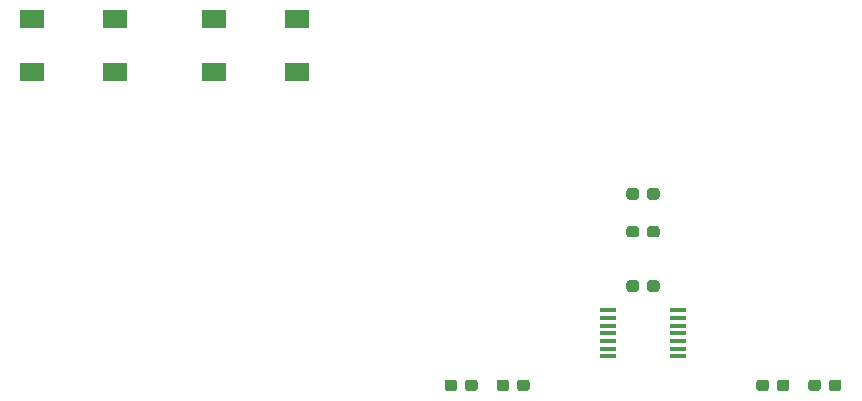
<source format=gbr>
G04 #@! TF.GenerationSoftware,KiCad,Pcbnew,5.1.4+dfsg1-1*
G04 #@! TF.CreationDate,2020-04-24T21:08:45-06:00*
G04 #@! TF.ProjectId,balanced-xlr,62616c61-6e63-4656-942d-786c722e6b69,rev?*
G04 #@! TF.SameCoordinates,Original*
G04 #@! TF.FileFunction,Paste,Top*
G04 #@! TF.FilePolarity,Positive*
%FSLAX46Y46*%
G04 Gerber Fmt 4.6, Leading zero omitted, Abs format (unit mm)*
G04 Created by KiCad (PCBNEW 5.1.4+dfsg1-1) date 2020-04-24 21:08:45*
%MOMM*%
%LPD*%
G04 APERTURE LIST*
%ADD10R,1.450000X0.450000*%
%ADD11R,2.000000X1.500000*%
%ADD12C,0.100000*%
%ADD13C,0.950000*%
G04 APERTURE END LIST*
D10*
X110750000Y-106250000D03*
X110750000Y-106900000D03*
X110750000Y-107550000D03*
X110750000Y-108200000D03*
X110750000Y-108850000D03*
X110750000Y-109500000D03*
X110750000Y-110150000D03*
X104850000Y-110150000D03*
X104850000Y-109500000D03*
X104850000Y-108850000D03*
X104850000Y-108200000D03*
X104850000Y-107550000D03*
X104850000Y-106900000D03*
X104850000Y-106250000D03*
D11*
X78500000Y-86050000D03*
X71500000Y-86050000D03*
X78500000Y-81550000D03*
X71500000Y-81550000D03*
X56100000Y-81550000D03*
X63100000Y-81550000D03*
X56100000Y-86050000D03*
X63100000Y-86050000D03*
D12*
G36*
X91835779Y-112126144D02*
G01*
X91858834Y-112129563D01*
X91881443Y-112135227D01*
X91903387Y-112143079D01*
X91924457Y-112153044D01*
X91944448Y-112165026D01*
X91963168Y-112178910D01*
X91980438Y-112194562D01*
X91996090Y-112211832D01*
X92009974Y-112230552D01*
X92021956Y-112250543D01*
X92031921Y-112271613D01*
X92039773Y-112293557D01*
X92045437Y-112316166D01*
X92048856Y-112339221D01*
X92050000Y-112362500D01*
X92050000Y-112837500D01*
X92048856Y-112860779D01*
X92045437Y-112883834D01*
X92039773Y-112906443D01*
X92031921Y-112928387D01*
X92021956Y-112949457D01*
X92009974Y-112969448D01*
X91996090Y-112988168D01*
X91980438Y-113005438D01*
X91963168Y-113021090D01*
X91944448Y-113034974D01*
X91924457Y-113046956D01*
X91903387Y-113056921D01*
X91881443Y-113064773D01*
X91858834Y-113070437D01*
X91835779Y-113073856D01*
X91812500Y-113075000D01*
X91237500Y-113075000D01*
X91214221Y-113073856D01*
X91191166Y-113070437D01*
X91168557Y-113064773D01*
X91146613Y-113056921D01*
X91125543Y-113046956D01*
X91105552Y-113034974D01*
X91086832Y-113021090D01*
X91069562Y-113005438D01*
X91053910Y-112988168D01*
X91040026Y-112969448D01*
X91028044Y-112949457D01*
X91018079Y-112928387D01*
X91010227Y-112906443D01*
X91004563Y-112883834D01*
X91001144Y-112860779D01*
X91000000Y-112837500D01*
X91000000Y-112362500D01*
X91001144Y-112339221D01*
X91004563Y-112316166D01*
X91010227Y-112293557D01*
X91018079Y-112271613D01*
X91028044Y-112250543D01*
X91040026Y-112230552D01*
X91053910Y-112211832D01*
X91069562Y-112194562D01*
X91086832Y-112178910D01*
X91105552Y-112165026D01*
X91125543Y-112153044D01*
X91146613Y-112143079D01*
X91168557Y-112135227D01*
X91191166Y-112129563D01*
X91214221Y-112126144D01*
X91237500Y-112125000D01*
X91812500Y-112125000D01*
X91835779Y-112126144D01*
X91835779Y-112126144D01*
G37*
D13*
X91525000Y-112600000D03*
D12*
G36*
X93585779Y-112126144D02*
G01*
X93608834Y-112129563D01*
X93631443Y-112135227D01*
X93653387Y-112143079D01*
X93674457Y-112153044D01*
X93694448Y-112165026D01*
X93713168Y-112178910D01*
X93730438Y-112194562D01*
X93746090Y-112211832D01*
X93759974Y-112230552D01*
X93771956Y-112250543D01*
X93781921Y-112271613D01*
X93789773Y-112293557D01*
X93795437Y-112316166D01*
X93798856Y-112339221D01*
X93800000Y-112362500D01*
X93800000Y-112837500D01*
X93798856Y-112860779D01*
X93795437Y-112883834D01*
X93789773Y-112906443D01*
X93781921Y-112928387D01*
X93771956Y-112949457D01*
X93759974Y-112969448D01*
X93746090Y-112988168D01*
X93730438Y-113005438D01*
X93713168Y-113021090D01*
X93694448Y-113034974D01*
X93674457Y-113046956D01*
X93653387Y-113056921D01*
X93631443Y-113064773D01*
X93608834Y-113070437D01*
X93585779Y-113073856D01*
X93562500Y-113075000D01*
X92987500Y-113075000D01*
X92964221Y-113073856D01*
X92941166Y-113070437D01*
X92918557Y-113064773D01*
X92896613Y-113056921D01*
X92875543Y-113046956D01*
X92855552Y-113034974D01*
X92836832Y-113021090D01*
X92819562Y-113005438D01*
X92803910Y-112988168D01*
X92790026Y-112969448D01*
X92778044Y-112949457D01*
X92768079Y-112928387D01*
X92760227Y-112906443D01*
X92754563Y-112883834D01*
X92751144Y-112860779D01*
X92750000Y-112837500D01*
X92750000Y-112362500D01*
X92751144Y-112339221D01*
X92754563Y-112316166D01*
X92760227Y-112293557D01*
X92768079Y-112271613D01*
X92778044Y-112250543D01*
X92790026Y-112230552D01*
X92803910Y-112211832D01*
X92819562Y-112194562D01*
X92836832Y-112178910D01*
X92855552Y-112165026D01*
X92875543Y-112153044D01*
X92896613Y-112143079D01*
X92918557Y-112135227D01*
X92941166Y-112129563D01*
X92964221Y-112126144D01*
X92987500Y-112125000D01*
X93562500Y-112125000D01*
X93585779Y-112126144D01*
X93585779Y-112126144D01*
G37*
D13*
X93275000Y-112600000D03*
D12*
G36*
X96235779Y-112126144D02*
G01*
X96258834Y-112129563D01*
X96281443Y-112135227D01*
X96303387Y-112143079D01*
X96324457Y-112153044D01*
X96344448Y-112165026D01*
X96363168Y-112178910D01*
X96380438Y-112194562D01*
X96396090Y-112211832D01*
X96409974Y-112230552D01*
X96421956Y-112250543D01*
X96431921Y-112271613D01*
X96439773Y-112293557D01*
X96445437Y-112316166D01*
X96448856Y-112339221D01*
X96450000Y-112362500D01*
X96450000Y-112837500D01*
X96448856Y-112860779D01*
X96445437Y-112883834D01*
X96439773Y-112906443D01*
X96431921Y-112928387D01*
X96421956Y-112949457D01*
X96409974Y-112969448D01*
X96396090Y-112988168D01*
X96380438Y-113005438D01*
X96363168Y-113021090D01*
X96344448Y-113034974D01*
X96324457Y-113046956D01*
X96303387Y-113056921D01*
X96281443Y-113064773D01*
X96258834Y-113070437D01*
X96235779Y-113073856D01*
X96212500Y-113075000D01*
X95637500Y-113075000D01*
X95614221Y-113073856D01*
X95591166Y-113070437D01*
X95568557Y-113064773D01*
X95546613Y-113056921D01*
X95525543Y-113046956D01*
X95505552Y-113034974D01*
X95486832Y-113021090D01*
X95469562Y-113005438D01*
X95453910Y-112988168D01*
X95440026Y-112969448D01*
X95428044Y-112949457D01*
X95418079Y-112928387D01*
X95410227Y-112906443D01*
X95404563Y-112883834D01*
X95401144Y-112860779D01*
X95400000Y-112837500D01*
X95400000Y-112362500D01*
X95401144Y-112339221D01*
X95404563Y-112316166D01*
X95410227Y-112293557D01*
X95418079Y-112271613D01*
X95428044Y-112250543D01*
X95440026Y-112230552D01*
X95453910Y-112211832D01*
X95469562Y-112194562D01*
X95486832Y-112178910D01*
X95505552Y-112165026D01*
X95525543Y-112153044D01*
X95546613Y-112143079D01*
X95568557Y-112135227D01*
X95591166Y-112129563D01*
X95614221Y-112126144D01*
X95637500Y-112125000D01*
X96212500Y-112125000D01*
X96235779Y-112126144D01*
X96235779Y-112126144D01*
G37*
D13*
X95925000Y-112600000D03*
D12*
G36*
X97985779Y-112126144D02*
G01*
X98008834Y-112129563D01*
X98031443Y-112135227D01*
X98053387Y-112143079D01*
X98074457Y-112153044D01*
X98094448Y-112165026D01*
X98113168Y-112178910D01*
X98130438Y-112194562D01*
X98146090Y-112211832D01*
X98159974Y-112230552D01*
X98171956Y-112250543D01*
X98181921Y-112271613D01*
X98189773Y-112293557D01*
X98195437Y-112316166D01*
X98198856Y-112339221D01*
X98200000Y-112362500D01*
X98200000Y-112837500D01*
X98198856Y-112860779D01*
X98195437Y-112883834D01*
X98189773Y-112906443D01*
X98181921Y-112928387D01*
X98171956Y-112949457D01*
X98159974Y-112969448D01*
X98146090Y-112988168D01*
X98130438Y-113005438D01*
X98113168Y-113021090D01*
X98094448Y-113034974D01*
X98074457Y-113046956D01*
X98053387Y-113056921D01*
X98031443Y-113064773D01*
X98008834Y-113070437D01*
X97985779Y-113073856D01*
X97962500Y-113075000D01*
X97387500Y-113075000D01*
X97364221Y-113073856D01*
X97341166Y-113070437D01*
X97318557Y-113064773D01*
X97296613Y-113056921D01*
X97275543Y-113046956D01*
X97255552Y-113034974D01*
X97236832Y-113021090D01*
X97219562Y-113005438D01*
X97203910Y-112988168D01*
X97190026Y-112969448D01*
X97178044Y-112949457D01*
X97168079Y-112928387D01*
X97160227Y-112906443D01*
X97154563Y-112883834D01*
X97151144Y-112860779D01*
X97150000Y-112837500D01*
X97150000Y-112362500D01*
X97151144Y-112339221D01*
X97154563Y-112316166D01*
X97160227Y-112293557D01*
X97168079Y-112271613D01*
X97178044Y-112250543D01*
X97190026Y-112230552D01*
X97203910Y-112211832D01*
X97219562Y-112194562D01*
X97236832Y-112178910D01*
X97255552Y-112165026D01*
X97275543Y-112153044D01*
X97296613Y-112143079D01*
X97318557Y-112135227D01*
X97341166Y-112129563D01*
X97364221Y-112126144D01*
X97387500Y-112125000D01*
X97962500Y-112125000D01*
X97985779Y-112126144D01*
X97985779Y-112126144D01*
G37*
D13*
X97675000Y-112600000D03*
D12*
G36*
X122635779Y-112126144D02*
G01*
X122658834Y-112129563D01*
X122681443Y-112135227D01*
X122703387Y-112143079D01*
X122724457Y-112153044D01*
X122744448Y-112165026D01*
X122763168Y-112178910D01*
X122780438Y-112194562D01*
X122796090Y-112211832D01*
X122809974Y-112230552D01*
X122821956Y-112250543D01*
X122831921Y-112271613D01*
X122839773Y-112293557D01*
X122845437Y-112316166D01*
X122848856Y-112339221D01*
X122850000Y-112362500D01*
X122850000Y-112837500D01*
X122848856Y-112860779D01*
X122845437Y-112883834D01*
X122839773Y-112906443D01*
X122831921Y-112928387D01*
X122821956Y-112949457D01*
X122809974Y-112969448D01*
X122796090Y-112988168D01*
X122780438Y-113005438D01*
X122763168Y-113021090D01*
X122744448Y-113034974D01*
X122724457Y-113046956D01*
X122703387Y-113056921D01*
X122681443Y-113064773D01*
X122658834Y-113070437D01*
X122635779Y-113073856D01*
X122612500Y-113075000D01*
X122037500Y-113075000D01*
X122014221Y-113073856D01*
X121991166Y-113070437D01*
X121968557Y-113064773D01*
X121946613Y-113056921D01*
X121925543Y-113046956D01*
X121905552Y-113034974D01*
X121886832Y-113021090D01*
X121869562Y-113005438D01*
X121853910Y-112988168D01*
X121840026Y-112969448D01*
X121828044Y-112949457D01*
X121818079Y-112928387D01*
X121810227Y-112906443D01*
X121804563Y-112883834D01*
X121801144Y-112860779D01*
X121800000Y-112837500D01*
X121800000Y-112362500D01*
X121801144Y-112339221D01*
X121804563Y-112316166D01*
X121810227Y-112293557D01*
X121818079Y-112271613D01*
X121828044Y-112250543D01*
X121840026Y-112230552D01*
X121853910Y-112211832D01*
X121869562Y-112194562D01*
X121886832Y-112178910D01*
X121905552Y-112165026D01*
X121925543Y-112153044D01*
X121946613Y-112143079D01*
X121968557Y-112135227D01*
X121991166Y-112129563D01*
X122014221Y-112126144D01*
X122037500Y-112125000D01*
X122612500Y-112125000D01*
X122635779Y-112126144D01*
X122635779Y-112126144D01*
G37*
D13*
X122325000Y-112600000D03*
D12*
G36*
X124385779Y-112126144D02*
G01*
X124408834Y-112129563D01*
X124431443Y-112135227D01*
X124453387Y-112143079D01*
X124474457Y-112153044D01*
X124494448Y-112165026D01*
X124513168Y-112178910D01*
X124530438Y-112194562D01*
X124546090Y-112211832D01*
X124559974Y-112230552D01*
X124571956Y-112250543D01*
X124581921Y-112271613D01*
X124589773Y-112293557D01*
X124595437Y-112316166D01*
X124598856Y-112339221D01*
X124600000Y-112362500D01*
X124600000Y-112837500D01*
X124598856Y-112860779D01*
X124595437Y-112883834D01*
X124589773Y-112906443D01*
X124581921Y-112928387D01*
X124571956Y-112949457D01*
X124559974Y-112969448D01*
X124546090Y-112988168D01*
X124530438Y-113005438D01*
X124513168Y-113021090D01*
X124494448Y-113034974D01*
X124474457Y-113046956D01*
X124453387Y-113056921D01*
X124431443Y-113064773D01*
X124408834Y-113070437D01*
X124385779Y-113073856D01*
X124362500Y-113075000D01*
X123787500Y-113075000D01*
X123764221Y-113073856D01*
X123741166Y-113070437D01*
X123718557Y-113064773D01*
X123696613Y-113056921D01*
X123675543Y-113046956D01*
X123655552Y-113034974D01*
X123636832Y-113021090D01*
X123619562Y-113005438D01*
X123603910Y-112988168D01*
X123590026Y-112969448D01*
X123578044Y-112949457D01*
X123568079Y-112928387D01*
X123560227Y-112906443D01*
X123554563Y-112883834D01*
X123551144Y-112860779D01*
X123550000Y-112837500D01*
X123550000Y-112362500D01*
X123551144Y-112339221D01*
X123554563Y-112316166D01*
X123560227Y-112293557D01*
X123568079Y-112271613D01*
X123578044Y-112250543D01*
X123590026Y-112230552D01*
X123603910Y-112211832D01*
X123619562Y-112194562D01*
X123636832Y-112178910D01*
X123655552Y-112165026D01*
X123675543Y-112153044D01*
X123696613Y-112143079D01*
X123718557Y-112135227D01*
X123741166Y-112129563D01*
X123764221Y-112126144D01*
X123787500Y-112125000D01*
X124362500Y-112125000D01*
X124385779Y-112126144D01*
X124385779Y-112126144D01*
G37*
D13*
X124075000Y-112600000D03*
D12*
G36*
X119985779Y-112126144D02*
G01*
X120008834Y-112129563D01*
X120031443Y-112135227D01*
X120053387Y-112143079D01*
X120074457Y-112153044D01*
X120094448Y-112165026D01*
X120113168Y-112178910D01*
X120130438Y-112194562D01*
X120146090Y-112211832D01*
X120159974Y-112230552D01*
X120171956Y-112250543D01*
X120181921Y-112271613D01*
X120189773Y-112293557D01*
X120195437Y-112316166D01*
X120198856Y-112339221D01*
X120200000Y-112362500D01*
X120200000Y-112837500D01*
X120198856Y-112860779D01*
X120195437Y-112883834D01*
X120189773Y-112906443D01*
X120181921Y-112928387D01*
X120171956Y-112949457D01*
X120159974Y-112969448D01*
X120146090Y-112988168D01*
X120130438Y-113005438D01*
X120113168Y-113021090D01*
X120094448Y-113034974D01*
X120074457Y-113046956D01*
X120053387Y-113056921D01*
X120031443Y-113064773D01*
X120008834Y-113070437D01*
X119985779Y-113073856D01*
X119962500Y-113075000D01*
X119387500Y-113075000D01*
X119364221Y-113073856D01*
X119341166Y-113070437D01*
X119318557Y-113064773D01*
X119296613Y-113056921D01*
X119275543Y-113046956D01*
X119255552Y-113034974D01*
X119236832Y-113021090D01*
X119219562Y-113005438D01*
X119203910Y-112988168D01*
X119190026Y-112969448D01*
X119178044Y-112949457D01*
X119168079Y-112928387D01*
X119160227Y-112906443D01*
X119154563Y-112883834D01*
X119151144Y-112860779D01*
X119150000Y-112837500D01*
X119150000Y-112362500D01*
X119151144Y-112339221D01*
X119154563Y-112316166D01*
X119160227Y-112293557D01*
X119168079Y-112271613D01*
X119178044Y-112250543D01*
X119190026Y-112230552D01*
X119203910Y-112211832D01*
X119219562Y-112194562D01*
X119236832Y-112178910D01*
X119255552Y-112165026D01*
X119275543Y-112153044D01*
X119296613Y-112143079D01*
X119318557Y-112135227D01*
X119341166Y-112129563D01*
X119364221Y-112126144D01*
X119387500Y-112125000D01*
X119962500Y-112125000D01*
X119985779Y-112126144D01*
X119985779Y-112126144D01*
G37*
D13*
X119675000Y-112600000D03*
D12*
G36*
X118235779Y-112126144D02*
G01*
X118258834Y-112129563D01*
X118281443Y-112135227D01*
X118303387Y-112143079D01*
X118324457Y-112153044D01*
X118344448Y-112165026D01*
X118363168Y-112178910D01*
X118380438Y-112194562D01*
X118396090Y-112211832D01*
X118409974Y-112230552D01*
X118421956Y-112250543D01*
X118431921Y-112271613D01*
X118439773Y-112293557D01*
X118445437Y-112316166D01*
X118448856Y-112339221D01*
X118450000Y-112362500D01*
X118450000Y-112837500D01*
X118448856Y-112860779D01*
X118445437Y-112883834D01*
X118439773Y-112906443D01*
X118431921Y-112928387D01*
X118421956Y-112949457D01*
X118409974Y-112969448D01*
X118396090Y-112988168D01*
X118380438Y-113005438D01*
X118363168Y-113021090D01*
X118344448Y-113034974D01*
X118324457Y-113046956D01*
X118303387Y-113056921D01*
X118281443Y-113064773D01*
X118258834Y-113070437D01*
X118235779Y-113073856D01*
X118212500Y-113075000D01*
X117637500Y-113075000D01*
X117614221Y-113073856D01*
X117591166Y-113070437D01*
X117568557Y-113064773D01*
X117546613Y-113056921D01*
X117525543Y-113046956D01*
X117505552Y-113034974D01*
X117486832Y-113021090D01*
X117469562Y-113005438D01*
X117453910Y-112988168D01*
X117440026Y-112969448D01*
X117428044Y-112949457D01*
X117418079Y-112928387D01*
X117410227Y-112906443D01*
X117404563Y-112883834D01*
X117401144Y-112860779D01*
X117400000Y-112837500D01*
X117400000Y-112362500D01*
X117401144Y-112339221D01*
X117404563Y-112316166D01*
X117410227Y-112293557D01*
X117418079Y-112271613D01*
X117428044Y-112250543D01*
X117440026Y-112230552D01*
X117453910Y-112211832D01*
X117469562Y-112194562D01*
X117486832Y-112178910D01*
X117505552Y-112165026D01*
X117525543Y-112153044D01*
X117546613Y-112143079D01*
X117568557Y-112135227D01*
X117591166Y-112129563D01*
X117614221Y-112126144D01*
X117637500Y-112125000D01*
X118212500Y-112125000D01*
X118235779Y-112126144D01*
X118235779Y-112126144D01*
G37*
D13*
X117925000Y-112600000D03*
D12*
G36*
X107235779Y-95926144D02*
G01*
X107258834Y-95929563D01*
X107281443Y-95935227D01*
X107303387Y-95943079D01*
X107324457Y-95953044D01*
X107344448Y-95965026D01*
X107363168Y-95978910D01*
X107380438Y-95994562D01*
X107396090Y-96011832D01*
X107409974Y-96030552D01*
X107421956Y-96050543D01*
X107431921Y-96071613D01*
X107439773Y-96093557D01*
X107445437Y-96116166D01*
X107448856Y-96139221D01*
X107450000Y-96162500D01*
X107450000Y-96637500D01*
X107448856Y-96660779D01*
X107445437Y-96683834D01*
X107439773Y-96706443D01*
X107431921Y-96728387D01*
X107421956Y-96749457D01*
X107409974Y-96769448D01*
X107396090Y-96788168D01*
X107380438Y-96805438D01*
X107363168Y-96821090D01*
X107344448Y-96834974D01*
X107324457Y-96846956D01*
X107303387Y-96856921D01*
X107281443Y-96864773D01*
X107258834Y-96870437D01*
X107235779Y-96873856D01*
X107212500Y-96875000D01*
X106637500Y-96875000D01*
X106614221Y-96873856D01*
X106591166Y-96870437D01*
X106568557Y-96864773D01*
X106546613Y-96856921D01*
X106525543Y-96846956D01*
X106505552Y-96834974D01*
X106486832Y-96821090D01*
X106469562Y-96805438D01*
X106453910Y-96788168D01*
X106440026Y-96769448D01*
X106428044Y-96749457D01*
X106418079Y-96728387D01*
X106410227Y-96706443D01*
X106404563Y-96683834D01*
X106401144Y-96660779D01*
X106400000Y-96637500D01*
X106400000Y-96162500D01*
X106401144Y-96139221D01*
X106404563Y-96116166D01*
X106410227Y-96093557D01*
X106418079Y-96071613D01*
X106428044Y-96050543D01*
X106440026Y-96030552D01*
X106453910Y-96011832D01*
X106469562Y-95994562D01*
X106486832Y-95978910D01*
X106505552Y-95965026D01*
X106525543Y-95953044D01*
X106546613Y-95943079D01*
X106568557Y-95935227D01*
X106591166Y-95929563D01*
X106614221Y-95926144D01*
X106637500Y-95925000D01*
X107212500Y-95925000D01*
X107235779Y-95926144D01*
X107235779Y-95926144D01*
G37*
D13*
X106925000Y-96400000D03*
D12*
G36*
X108985779Y-95926144D02*
G01*
X109008834Y-95929563D01*
X109031443Y-95935227D01*
X109053387Y-95943079D01*
X109074457Y-95953044D01*
X109094448Y-95965026D01*
X109113168Y-95978910D01*
X109130438Y-95994562D01*
X109146090Y-96011832D01*
X109159974Y-96030552D01*
X109171956Y-96050543D01*
X109181921Y-96071613D01*
X109189773Y-96093557D01*
X109195437Y-96116166D01*
X109198856Y-96139221D01*
X109200000Y-96162500D01*
X109200000Y-96637500D01*
X109198856Y-96660779D01*
X109195437Y-96683834D01*
X109189773Y-96706443D01*
X109181921Y-96728387D01*
X109171956Y-96749457D01*
X109159974Y-96769448D01*
X109146090Y-96788168D01*
X109130438Y-96805438D01*
X109113168Y-96821090D01*
X109094448Y-96834974D01*
X109074457Y-96846956D01*
X109053387Y-96856921D01*
X109031443Y-96864773D01*
X109008834Y-96870437D01*
X108985779Y-96873856D01*
X108962500Y-96875000D01*
X108387500Y-96875000D01*
X108364221Y-96873856D01*
X108341166Y-96870437D01*
X108318557Y-96864773D01*
X108296613Y-96856921D01*
X108275543Y-96846956D01*
X108255552Y-96834974D01*
X108236832Y-96821090D01*
X108219562Y-96805438D01*
X108203910Y-96788168D01*
X108190026Y-96769448D01*
X108178044Y-96749457D01*
X108168079Y-96728387D01*
X108160227Y-96706443D01*
X108154563Y-96683834D01*
X108151144Y-96660779D01*
X108150000Y-96637500D01*
X108150000Y-96162500D01*
X108151144Y-96139221D01*
X108154563Y-96116166D01*
X108160227Y-96093557D01*
X108168079Y-96071613D01*
X108178044Y-96050543D01*
X108190026Y-96030552D01*
X108203910Y-96011832D01*
X108219562Y-95994562D01*
X108236832Y-95978910D01*
X108255552Y-95965026D01*
X108275543Y-95953044D01*
X108296613Y-95943079D01*
X108318557Y-95935227D01*
X108341166Y-95929563D01*
X108364221Y-95926144D01*
X108387500Y-95925000D01*
X108962500Y-95925000D01*
X108985779Y-95926144D01*
X108985779Y-95926144D01*
G37*
D13*
X108675000Y-96400000D03*
D12*
G36*
X107235779Y-99126144D02*
G01*
X107258834Y-99129563D01*
X107281443Y-99135227D01*
X107303387Y-99143079D01*
X107324457Y-99153044D01*
X107344448Y-99165026D01*
X107363168Y-99178910D01*
X107380438Y-99194562D01*
X107396090Y-99211832D01*
X107409974Y-99230552D01*
X107421956Y-99250543D01*
X107431921Y-99271613D01*
X107439773Y-99293557D01*
X107445437Y-99316166D01*
X107448856Y-99339221D01*
X107450000Y-99362500D01*
X107450000Y-99837500D01*
X107448856Y-99860779D01*
X107445437Y-99883834D01*
X107439773Y-99906443D01*
X107431921Y-99928387D01*
X107421956Y-99949457D01*
X107409974Y-99969448D01*
X107396090Y-99988168D01*
X107380438Y-100005438D01*
X107363168Y-100021090D01*
X107344448Y-100034974D01*
X107324457Y-100046956D01*
X107303387Y-100056921D01*
X107281443Y-100064773D01*
X107258834Y-100070437D01*
X107235779Y-100073856D01*
X107212500Y-100075000D01*
X106637500Y-100075000D01*
X106614221Y-100073856D01*
X106591166Y-100070437D01*
X106568557Y-100064773D01*
X106546613Y-100056921D01*
X106525543Y-100046956D01*
X106505552Y-100034974D01*
X106486832Y-100021090D01*
X106469562Y-100005438D01*
X106453910Y-99988168D01*
X106440026Y-99969448D01*
X106428044Y-99949457D01*
X106418079Y-99928387D01*
X106410227Y-99906443D01*
X106404563Y-99883834D01*
X106401144Y-99860779D01*
X106400000Y-99837500D01*
X106400000Y-99362500D01*
X106401144Y-99339221D01*
X106404563Y-99316166D01*
X106410227Y-99293557D01*
X106418079Y-99271613D01*
X106428044Y-99250543D01*
X106440026Y-99230552D01*
X106453910Y-99211832D01*
X106469562Y-99194562D01*
X106486832Y-99178910D01*
X106505552Y-99165026D01*
X106525543Y-99153044D01*
X106546613Y-99143079D01*
X106568557Y-99135227D01*
X106591166Y-99129563D01*
X106614221Y-99126144D01*
X106637500Y-99125000D01*
X107212500Y-99125000D01*
X107235779Y-99126144D01*
X107235779Y-99126144D01*
G37*
D13*
X106925000Y-99600000D03*
D12*
G36*
X108985779Y-99126144D02*
G01*
X109008834Y-99129563D01*
X109031443Y-99135227D01*
X109053387Y-99143079D01*
X109074457Y-99153044D01*
X109094448Y-99165026D01*
X109113168Y-99178910D01*
X109130438Y-99194562D01*
X109146090Y-99211832D01*
X109159974Y-99230552D01*
X109171956Y-99250543D01*
X109181921Y-99271613D01*
X109189773Y-99293557D01*
X109195437Y-99316166D01*
X109198856Y-99339221D01*
X109200000Y-99362500D01*
X109200000Y-99837500D01*
X109198856Y-99860779D01*
X109195437Y-99883834D01*
X109189773Y-99906443D01*
X109181921Y-99928387D01*
X109171956Y-99949457D01*
X109159974Y-99969448D01*
X109146090Y-99988168D01*
X109130438Y-100005438D01*
X109113168Y-100021090D01*
X109094448Y-100034974D01*
X109074457Y-100046956D01*
X109053387Y-100056921D01*
X109031443Y-100064773D01*
X109008834Y-100070437D01*
X108985779Y-100073856D01*
X108962500Y-100075000D01*
X108387500Y-100075000D01*
X108364221Y-100073856D01*
X108341166Y-100070437D01*
X108318557Y-100064773D01*
X108296613Y-100056921D01*
X108275543Y-100046956D01*
X108255552Y-100034974D01*
X108236832Y-100021090D01*
X108219562Y-100005438D01*
X108203910Y-99988168D01*
X108190026Y-99969448D01*
X108178044Y-99949457D01*
X108168079Y-99928387D01*
X108160227Y-99906443D01*
X108154563Y-99883834D01*
X108151144Y-99860779D01*
X108150000Y-99837500D01*
X108150000Y-99362500D01*
X108151144Y-99339221D01*
X108154563Y-99316166D01*
X108160227Y-99293557D01*
X108168079Y-99271613D01*
X108178044Y-99250543D01*
X108190026Y-99230552D01*
X108203910Y-99211832D01*
X108219562Y-99194562D01*
X108236832Y-99178910D01*
X108255552Y-99165026D01*
X108275543Y-99153044D01*
X108296613Y-99143079D01*
X108318557Y-99135227D01*
X108341166Y-99129563D01*
X108364221Y-99126144D01*
X108387500Y-99125000D01*
X108962500Y-99125000D01*
X108985779Y-99126144D01*
X108985779Y-99126144D01*
G37*
D13*
X108675000Y-99600000D03*
D12*
G36*
X107235779Y-103726144D02*
G01*
X107258834Y-103729563D01*
X107281443Y-103735227D01*
X107303387Y-103743079D01*
X107324457Y-103753044D01*
X107344448Y-103765026D01*
X107363168Y-103778910D01*
X107380438Y-103794562D01*
X107396090Y-103811832D01*
X107409974Y-103830552D01*
X107421956Y-103850543D01*
X107431921Y-103871613D01*
X107439773Y-103893557D01*
X107445437Y-103916166D01*
X107448856Y-103939221D01*
X107450000Y-103962500D01*
X107450000Y-104437500D01*
X107448856Y-104460779D01*
X107445437Y-104483834D01*
X107439773Y-104506443D01*
X107431921Y-104528387D01*
X107421956Y-104549457D01*
X107409974Y-104569448D01*
X107396090Y-104588168D01*
X107380438Y-104605438D01*
X107363168Y-104621090D01*
X107344448Y-104634974D01*
X107324457Y-104646956D01*
X107303387Y-104656921D01*
X107281443Y-104664773D01*
X107258834Y-104670437D01*
X107235779Y-104673856D01*
X107212500Y-104675000D01*
X106637500Y-104675000D01*
X106614221Y-104673856D01*
X106591166Y-104670437D01*
X106568557Y-104664773D01*
X106546613Y-104656921D01*
X106525543Y-104646956D01*
X106505552Y-104634974D01*
X106486832Y-104621090D01*
X106469562Y-104605438D01*
X106453910Y-104588168D01*
X106440026Y-104569448D01*
X106428044Y-104549457D01*
X106418079Y-104528387D01*
X106410227Y-104506443D01*
X106404563Y-104483834D01*
X106401144Y-104460779D01*
X106400000Y-104437500D01*
X106400000Y-103962500D01*
X106401144Y-103939221D01*
X106404563Y-103916166D01*
X106410227Y-103893557D01*
X106418079Y-103871613D01*
X106428044Y-103850543D01*
X106440026Y-103830552D01*
X106453910Y-103811832D01*
X106469562Y-103794562D01*
X106486832Y-103778910D01*
X106505552Y-103765026D01*
X106525543Y-103753044D01*
X106546613Y-103743079D01*
X106568557Y-103735227D01*
X106591166Y-103729563D01*
X106614221Y-103726144D01*
X106637500Y-103725000D01*
X107212500Y-103725000D01*
X107235779Y-103726144D01*
X107235779Y-103726144D01*
G37*
D13*
X106925000Y-104200000D03*
D12*
G36*
X108985779Y-103726144D02*
G01*
X109008834Y-103729563D01*
X109031443Y-103735227D01*
X109053387Y-103743079D01*
X109074457Y-103753044D01*
X109094448Y-103765026D01*
X109113168Y-103778910D01*
X109130438Y-103794562D01*
X109146090Y-103811832D01*
X109159974Y-103830552D01*
X109171956Y-103850543D01*
X109181921Y-103871613D01*
X109189773Y-103893557D01*
X109195437Y-103916166D01*
X109198856Y-103939221D01*
X109200000Y-103962500D01*
X109200000Y-104437500D01*
X109198856Y-104460779D01*
X109195437Y-104483834D01*
X109189773Y-104506443D01*
X109181921Y-104528387D01*
X109171956Y-104549457D01*
X109159974Y-104569448D01*
X109146090Y-104588168D01*
X109130438Y-104605438D01*
X109113168Y-104621090D01*
X109094448Y-104634974D01*
X109074457Y-104646956D01*
X109053387Y-104656921D01*
X109031443Y-104664773D01*
X109008834Y-104670437D01*
X108985779Y-104673856D01*
X108962500Y-104675000D01*
X108387500Y-104675000D01*
X108364221Y-104673856D01*
X108341166Y-104670437D01*
X108318557Y-104664773D01*
X108296613Y-104656921D01*
X108275543Y-104646956D01*
X108255552Y-104634974D01*
X108236832Y-104621090D01*
X108219562Y-104605438D01*
X108203910Y-104588168D01*
X108190026Y-104569448D01*
X108178044Y-104549457D01*
X108168079Y-104528387D01*
X108160227Y-104506443D01*
X108154563Y-104483834D01*
X108151144Y-104460779D01*
X108150000Y-104437500D01*
X108150000Y-103962500D01*
X108151144Y-103939221D01*
X108154563Y-103916166D01*
X108160227Y-103893557D01*
X108168079Y-103871613D01*
X108178044Y-103850543D01*
X108190026Y-103830552D01*
X108203910Y-103811832D01*
X108219562Y-103794562D01*
X108236832Y-103778910D01*
X108255552Y-103765026D01*
X108275543Y-103753044D01*
X108296613Y-103743079D01*
X108318557Y-103735227D01*
X108341166Y-103729563D01*
X108364221Y-103726144D01*
X108387500Y-103725000D01*
X108962500Y-103725000D01*
X108985779Y-103726144D01*
X108985779Y-103726144D01*
G37*
D13*
X108675000Y-104200000D03*
M02*

</source>
